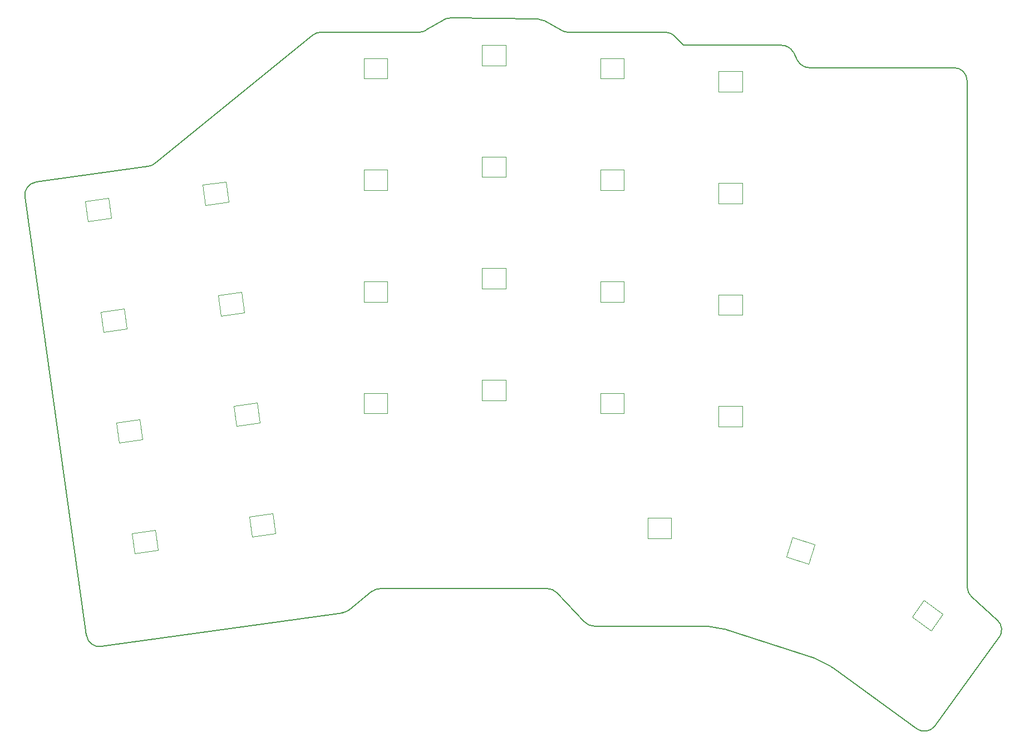
<source format=gbr>
%TF.GenerationSoftware,KiCad,Pcbnew,8.0.7-8.0.7-0~ubuntu24.04.1*%
%TF.CreationDate,2025-01-01T23:44:26+01:00*%
%TF.ProjectId,speedy-o_north-face-finished-extended_VCC,73706565-6479-42d6-9f5f-6e6f7274682d,v1.0.0*%
%TF.SameCoordinates,Original*%
%TF.FileFunction,Profile,NP*%
%FSLAX46Y46*%
G04 Gerber Fmt 4.6, Leading zero omitted, Abs format (unit mm)*
G04 Created by KiCad (PCBNEW 8.0.7-8.0.7-0~ubuntu24.04.1) date 2025-01-01 23:44:26*
%MOMM*%
%LPD*%
G01*
G04 APERTURE LIST*
%TA.AperFunction,Profile*%
%ADD10C,0.150000*%
%TD*%
%TA.AperFunction,Profile*%
%ADD11C,0.120000*%
%TD*%
G04 APERTURE END LIST*
D10*
X222413149Y-73206306D02*
G75*
G02*
X224413194Y-75206306I-49J-2000094D01*
G01*
X196208986Y-69806306D02*
G75*
G02*
X197976570Y-70870527I14J-1999994D01*
G01*
X219530693Y-173388326D02*
G75*
G02*
X216737130Y-173830734I-1617993J1175626D01*
G01*
X126123488Y-67806306D02*
X141056984Y-67806306D01*
X100826970Y-87791912D02*
X124861948Y-68254367D01*
X130367889Y-155748982D02*
G75*
G02*
X129395326Y-156169009I-1251089J1560882D01*
G01*
X181213149Y-69806306D02*
X196208986Y-69806306D01*
X142089472Y-67519189D02*
G75*
G02*
X141056984Y-67806282I-1032472J1712989D01*
G01*
X100826970Y-87791912D02*
G75*
G02*
X99843774Y-88220495I-1261370J1551612D01*
G01*
X184644435Y-158206306D02*
G75*
G02*
X184979479Y-158234564I-35J-2000794D01*
G01*
X216737089Y-173830790D02*
X203912771Y-164513377D01*
X203661323Y-164357715D02*
X201456480Y-163208958D01*
X203661323Y-164357715D02*
G75*
G02*
X203912770Y-164513378I-924123J-1773685D01*
G01*
X133864894Y-152945786D02*
X130367889Y-155748982D01*
X142089472Y-67519189D02*
X144725916Y-65929999D01*
X178522424Y-67806306D02*
G75*
G02*
X180009023Y-68468368I-24J-2000094D01*
G01*
X201150391Y-163080541D02*
G75*
G02*
X201456477Y-163208965I-617891J-1901659D01*
G01*
X225092324Y-153751120D02*
G75*
G02*
X224433874Y-152277471I1341476J1483320D01*
G01*
X224413172Y-148011151D02*
G75*
G02*
X224413149Y-148001450I2138428J9951D01*
G01*
X200417312Y-73206306D02*
G75*
G02*
X198649724Y-72142088I-12J2000006D01*
G01*
X81066057Y-92879200D02*
G75*
G02*
X82768242Y-90620279I1980643J278300D01*
G01*
X163731401Y-67806306D02*
G75*
G02*
X162760115Y-67554622I-1J2000006D01*
G01*
X159107511Y-65800337D02*
G75*
G02*
X160055187Y-66051883I-23611J-1999863D01*
G01*
X90446324Y-159623268D02*
X81066057Y-92879200D01*
X144725916Y-65929999D02*
G75*
G02*
X145782013Y-65643040I1032484J-1713001D01*
G01*
X163731401Y-67806306D02*
X178522424Y-67806306D01*
X166221507Y-157581795D02*
X162004791Y-153130817D01*
X197976562Y-70870531D02*
X198649736Y-72142082D01*
X187469530Y-158657685D02*
X184979478Y-158234569D01*
X187469530Y-158657685D02*
G75*
G02*
X187752520Y-158727315I-334930J-1971115D01*
G01*
X133864894Y-152945786D02*
G75*
G02*
X135115805Y-152506308I1250906J-1560514D01*
G01*
X180009012Y-68468377D02*
X181213149Y-69806306D01*
X124861948Y-68254367D02*
G75*
G02*
X126123488Y-67806275I1261552J-1551833D01*
G01*
X160552885Y-152506306D02*
X135115805Y-152506306D01*
X201150391Y-163080541D02*
X187752522Y-158727309D01*
X82768247Y-90620317D02*
X99843776Y-88220508D01*
X160055187Y-66051883D02*
X162760115Y-67554621D01*
X160552885Y-152506306D02*
G75*
G02*
X162004775Y-153130832I15J-1999894D01*
G01*
X92705207Y-161325458D02*
G75*
G02*
X90446350Y-159623264I-278307J1980558D01*
G01*
X92705207Y-161325458D02*
X129395324Y-156168998D01*
X225092324Y-153751120D02*
X229013272Y-157297167D01*
X184644435Y-158206306D02*
X167673413Y-158206306D01*
X167673413Y-158206306D02*
G75*
G02*
X166221522Y-157581781I-13J1999906D01*
G01*
X224413172Y-148011151D02*
X224433867Y-152277471D01*
X200417312Y-73206306D02*
X222413149Y-73206306D01*
X145782013Y-65643022D02*
X159107511Y-65800337D01*
X229289787Y-159956087D02*
X219530693Y-173388326D01*
X229013272Y-157297167D02*
G75*
G02*
X229289774Y-159956078I-1341472J-1483333D01*
G01*
X224413149Y-75206306D02*
X224413149Y-148001450D01*
%TO.C,LED24*%
D11*
X186613100Y-73756300D02*
X190213100Y-73756300D01*
X190213100Y-76856300D01*
X186613100Y-76856300D01*
X186613100Y-73756300D01*
%TO.C,LED14*%
X150613100Y-103756300D02*
X154213100Y-103756300D01*
X154213100Y-106856300D01*
X150613100Y-106856300D01*
X150613100Y-103756300D01*
%TO.C,LED8*%
X112071101Y-93621404D02*
X108506136Y-94122427D01*
X108074699Y-91052596D01*
X111639664Y-90551573D01*
X112071101Y-93621404D01*
%TO.C,LED23*%
X190213100Y-93856300D02*
X186613100Y-93856300D01*
X186613100Y-90756300D01*
X190213100Y-90756300D01*
X190213100Y-93856300D01*
%TO.C,LED6*%
X116803001Y-127290504D02*
X113238036Y-127791527D01*
X112806599Y-124721696D01*
X116371564Y-124220673D01*
X116803001Y-127290504D01*
%TO.C,LED10*%
X132613100Y-105756300D02*
X136213100Y-105756300D01*
X136213100Y-108856300D01*
X132613100Y-108856300D01*
X132613100Y-105756300D01*
%TO.C,LED15*%
X154213100Y-89856300D02*
X150613100Y-89856300D01*
X150613100Y-86756300D01*
X154213100Y-86756300D01*
X154213100Y-89856300D01*
%TO.C,LED13*%
X154213100Y-123856300D02*
X150613100Y-123856300D01*
X150613100Y-120756300D01*
X154213100Y-120756300D01*
X154213100Y-123856300D01*
%TO.C,LED26*%
X201256378Y-145818393D02*
X200298425Y-148766668D01*
X196874622Y-147654207D01*
X197832575Y-144705932D01*
X201256378Y-145818393D01*
%TO.C,LED27*%
X220742998Y-156407937D02*
X218920863Y-158915890D01*
X216008402Y-156799863D01*
X217830537Y-154291910D01*
X220742998Y-156407937D01*
%TO.C,LED21*%
X190213100Y-127856300D02*
X186613100Y-127856300D01*
X186613100Y-124756300D01*
X190213100Y-124756300D01*
X190213100Y-127856300D01*
%TO.C,LED5*%
X119168901Y-144125004D02*
X115603936Y-144626027D01*
X115172499Y-141556196D01*
X118737464Y-141055173D01*
X119168901Y-144125004D01*
%TO.C,LED17*%
X172213100Y-125856300D02*
X168613100Y-125856300D01*
X168613100Y-122756300D01*
X172213100Y-122756300D01*
X172213100Y-125856300D01*
%TO.C,LED9*%
X136213100Y-125856300D02*
X132613100Y-125856300D01*
X132613100Y-122756300D01*
X136213100Y-122756300D01*
X136213100Y-125856300D01*
%TO.C,LED19*%
X172213100Y-91856300D02*
X168613100Y-91856300D01*
X168613100Y-88756300D01*
X172213100Y-88756300D01*
X172213100Y-91856300D01*
%TO.C,LED18*%
X168613100Y-105756300D02*
X172213100Y-105756300D01*
X172213100Y-108856300D01*
X168613100Y-108856300D01*
X168613100Y-105756300D01*
%TO.C,LED25*%
X175813100Y-141756300D02*
X179413100Y-141756300D01*
X179413100Y-144856300D01*
X175813100Y-144856300D01*
X175813100Y-141756300D01*
%TO.C,LED12*%
X132613100Y-71756300D02*
X136213100Y-71756300D01*
X136213100Y-74856300D01*
X132613100Y-74856300D01*
X132613100Y-71756300D01*
%TO.C,LED16*%
X150613100Y-69756300D02*
X154213100Y-69756300D01*
X154213100Y-72856300D01*
X150613100Y-72856300D01*
X150613100Y-69756300D01*
%TO.C,LED11*%
X136213100Y-91856300D02*
X132613100Y-91856300D01*
X132613100Y-88756300D01*
X136213100Y-88756300D01*
X136213100Y-91856300D01*
%TO.C,LED7*%
X114437001Y-110455904D02*
X110872036Y-110956927D01*
X110440599Y-107887096D01*
X114005564Y-107386073D01*
X114437001Y-110455904D01*
%TO.C,LED3*%
X96612201Y-112961004D02*
X93047236Y-113462027D01*
X92615799Y-110392196D01*
X96180764Y-109891173D01*
X96612201Y-112961004D01*
%TO.C,LED22*%
X186613100Y-107756300D02*
X190213100Y-107756300D01*
X190213100Y-110856300D01*
X186613100Y-110856300D01*
X186613100Y-107756300D01*
%TO.C,LED1*%
X101344101Y-146630104D02*
X97779136Y-147131127D01*
X97347699Y-144061296D01*
X100912664Y-143560273D01*
X101344101Y-146630104D01*
%TO.C,LED4*%
X94246301Y-96126504D02*
X90681336Y-96627527D01*
X90249899Y-93557696D01*
X93814864Y-93056673D01*
X94246301Y-96126504D01*
%TO.C,LED2*%
X98978101Y-129795604D02*
X95413136Y-130296627D01*
X94981699Y-127226796D01*
X98546664Y-126725773D01*
X98978101Y-129795604D01*
%TO.C,LED20*%
X168613100Y-71756300D02*
X172213100Y-71756300D01*
X172213100Y-74856300D01*
X168613100Y-74856300D01*
X168613100Y-71756300D01*
%TD*%
M02*

</source>
